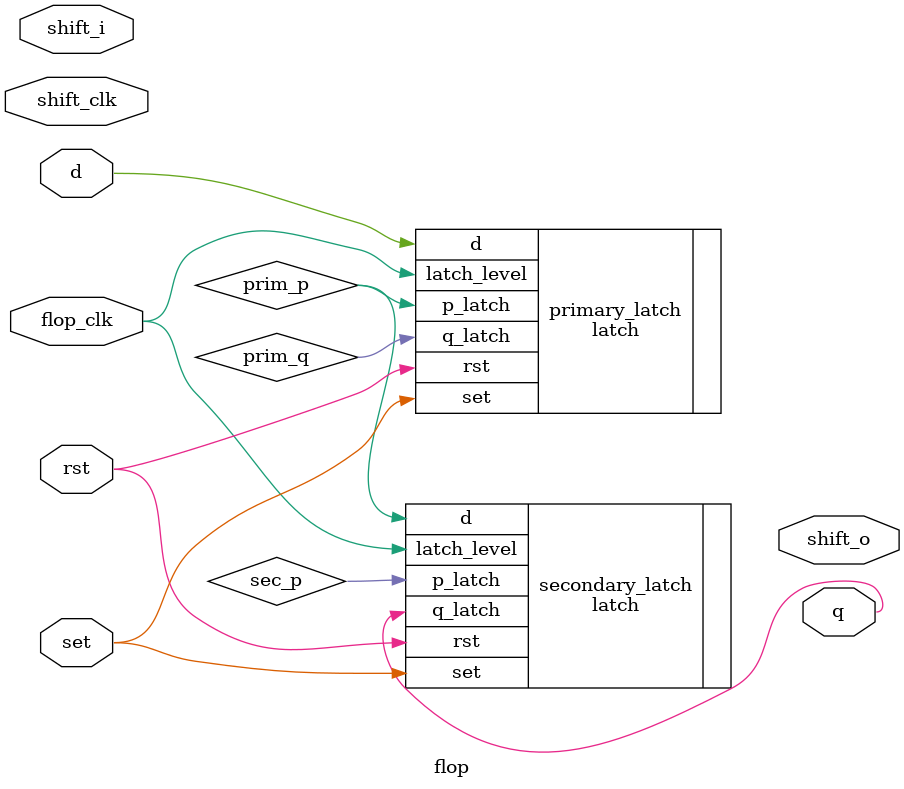
<source format=v>
`timescale 1ns/1ps

module flop(
  input  shift_clk,
  input  shift_i,
  output shift_o,

  input  flop_clk,
  input  set,
  input  rst,

  input  d,
  output q);

  wire prim_p, prim_q;
  wire sec_p;

  latch primary_latch(
      .latch_level(flop_clk),
      .set(set),
      .rst(rst),
      .d(d),
      .q_latch(prim_q),
      .p_latch(prim_p)
  );

  latch secondary_latch(
      .latch_level(flop_clk),
      .set(set),
      .rst(rst),
      .d(prim_p),
      .q_latch(q),
      .p_latch(sec_p)
  );

endmodule

</source>
